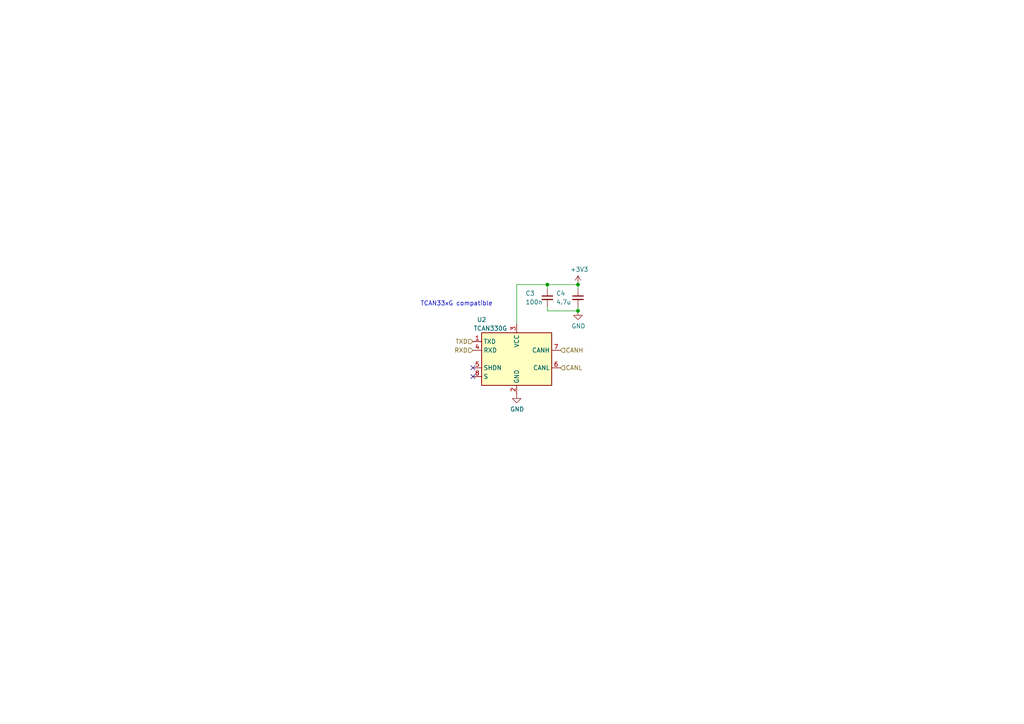
<source format=kicad_sch>
(kicad_sch (version 20211123) (generator eeschema)
  (paper "A4")
  (lib_symbols
    (symbol "Device:C_Small" (pin_numbers hide) (pin_names (offset 0.254) hide)
      (property "Reference" "C" (at 0.254 1.778 0))
      (property "Value" "C_Small" (at 0.254 -2.032 0))
      (symbol "C_Small_0_1"
        (polyline (pts (xy -1.524 -0.508) (xy 1.524 -0.508)) (stroke (width 0.3302)))
        (polyline (pts (xy -1.524 0.508) (xy 1.524 0.508)) (stroke (width 0.3048)))
      )
      (symbol "C_Small_1_1"
        (pin passive line (at 0 2.54 270) (length 2.032) (name "~") (number "1"))
        (pin passive line (at 0 -2.54 90) (length 2.032) (name "~") (number "2"))
      )
    )
    (symbol "Interface_CAN_LIN:TCAN330G"
      (property "Reference" "U" (at -10.16 8.89 0))
      (property "Value" "TCAN330G" (at 2.54 8.89 0))
      (symbol "TCAN330G_0_1"
        (rectangle (start -10.16 7.62) (end 10.16 -7.62) (stroke (width 0.254)) (fill (type background)))
      )
      (symbol "TCAN330G_1_1"
        (pin input line (at -12.7 5.08 0) (length 2.54) (name "TXD") (number "1"))
        (pin power_in line (at 0 -10.16 90) (length 2.54) (name "GND") (number "2"))
        (pin power_in line (at 0 10.16 270) (length 2.54) (name "VCC") (number "3"))
        (pin tri_state line (at -12.7 2.54 0) (length 2.54) (name "RXD") (number "4"))
        (pin input line (at -12.7 -2.54 0) (length 2.54) (name "SHDN") (number "5"))
        (pin bidirectional line (at 12.7 -2.54 180) (length 2.54) (name "CANL") (number "6"))
        (pin bidirectional line (at 12.7 2.54 180) (length 2.54) (name "CANH") (number "7"))
        (pin input line (at -12.7 -5.08 0) (length 2.54) (name "S") (number "8"))
      )
    )
    (symbol "power:+3V3" (power) (pin_names (offset 0))
      (property "Value" "+3V3" (at 0 3.556 0))
      (symbol "+3V3_0_1"
        (polyline (pts (xy -0.762 1.27) (xy 0 2.54)))
        (polyline (pts (xy 0 0) (xy 0 2.54)))
        (polyline (pts (xy 0 2.54) (xy 0.762 1.27)))
      )
      (symbol "+3V3_1_1"
        (pin power_in line (at 0 0 90) (length 0) hide (name "+3V3") (number "1"))
      )
    )
    (symbol "power:GND" (power) (pin_names (offset 0))
      (property "Value" "GND" (at 0 -3.81 0))
      (symbol "GND_0_1"
        (polyline (pts (xy 0 0) (xy 0 -1.27) (xy 1.27 -1.27) (xy 0 -2.54) (xy -1.27 -1.27) (xy 0 -1.27)))
      )
      (symbol "GND_1_1"
        (pin power_in line (at 0 0 270) (length 0) hide (name "GND") (number "1"))
      )
    )
  )
  (junction (at 158.75 82.55))
  (junction (at 167.64 90.17))
  (junction (at 167.64 82.55))
  (no_connect (at 137.16 106.68))
  (no_connect (at 137.16 109.22))
  (wire (pts (xy 167.64 82.55) (xy 167.64 83.82)))
  (wire (pts (xy 158.75 90.17) (xy 167.64 90.17)))
  (wire (pts (xy 149.86 93.98) (xy 149.86 82.55)))
  (wire (pts (xy 149.86 82.55) (xy 158.75 82.55)))
  (wire (pts (xy 158.75 88.9) (xy 158.75 90.17)))
  (wire (pts (xy 158.75 82.55) (xy 167.64 82.55)))
  (wire (pts (xy 167.64 90.17) (xy 167.64 88.9)))
  (wire (pts (xy 158.75 83.82) (xy 158.75 82.55)))
  (text "TCAN33xG compatible" (at 121.92 88.9 0) (effects (font (size 1.27 1.27)) (justify left bottom)))
  (hierarchical_label "TXD" (shape input) (at 137.16 99.06 180))
  (hierarchical_label "CANL" (shape input) (at 162.56 106.68 0))
  (hierarchical_label "RXD" (shape input) (at 137.16 101.6 180))
  (hierarchical_label "CANH" (shape input) (at 162.56 101.6 0))
  (symbol (lib_id "Device:C_Small") (at 158.75 86.36 0) (unit 1)
    (property "Reference" "C3" (at 152.4 85.09 0) (effects (justify left)))
    (property "Value" "100n" (at 152.4 87.63 0) (effects (justify left)))
    (property "Footprint" "Capacitor_SMD:C_0603_1608Metric" (effects hide))
  )
  (symbol (lib_id "Device:C_Small") (at 167.64 86.36 0) (unit 1)
    (property "Reference" "C4" (at 161.29 85.09 0) (effects (justify left)))
    (property "Value" "4.7u" (at 161.29 87.63 0) (effects (justify left)))
    (property "Footprint" "Capacitor_SMD:C_0603_1608Metric" (effects hide))
  )
  (symbol (lib_id "Interface_CAN_LIN:TCAN330G") (at 149.86 104.14 0) (unit 1)
    (property "Reference" "U2" (at 139.7 92.71 0))
    (property "Value" "TCAN330G" (at 142.24 95.25 0))
    (property "Footprint" "Package_SO:SOIC-8_3.9x4.9mm_P1.27mm" (effects hide))
    (property "Datasheet" "http://www.ti.com/lit/ds/symlink/tcan337.pdf" (effects hide))
  )
  (symbol (lib_id "power:+3V3") (at 167.64 82.55 0) (unit 1)
    (property "Reference" "#PWR020" (effects hide))
    (property "Value" "+3V3" (at 168.021 78.1558 0))
  )
  (symbol (lib_id "power:GND") (at 149.86 114.3 0) (unit 1)
    (property "Reference" "#PWR019" (effects hide))
    (property "Value" "GND" (at 149.987 118.6942 0))
  )
  (symbol (lib_id "power:GND") (at 167.64 90.17 0) (unit 1)
    (property "Reference" "#PWR021" (effects hide))
    (property "Value" "GND" (at 167.767 94.5642 0))
  )
)
</source>
